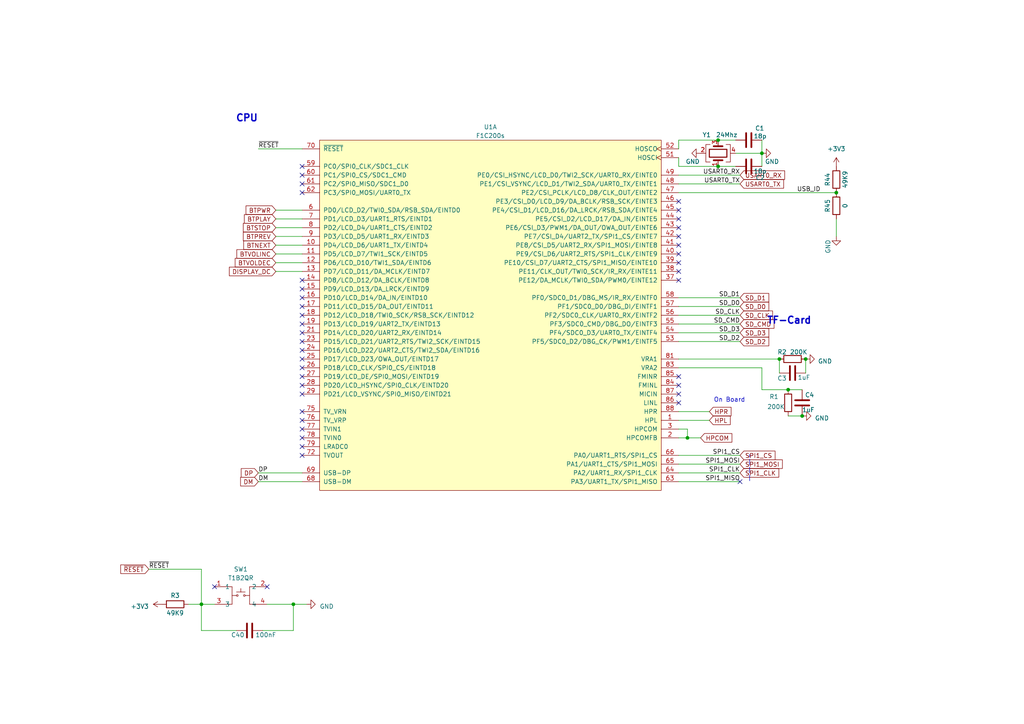
<source format=kicad_sch>
(kicad_sch (version 20231120) (generator "eeschema") (generator_version "8.0")
  (paper "A4")
  (lib_symbols
    (symbol "Device:C" (pin_numbers hide) (pin_names (offset 0.254))
      (property "Reference" "C" (at 0.635 2.54 0))
      (property "Value" "C" (at 0.635 -2.54 0))
      (symbol "C_0_1"
        (polyline (pts (xy -2.032 -0.762) (xy 2.032 -0.762)) (stroke (width 0.508)))
        (polyline (pts (xy -2.032 0.762) (xy 2.032 0.762)) (stroke (width 0.508)))
      )
      (symbol "C_1_1"
        (pin passive line (at 0 3.81 270) (length 2.794) (name "~") (number "1"))
        (pin passive line (at 0 -3.81 90) (length 2.794) (name "~") (number "2"))
      )
    )
    (symbol "Device:Crystal_GND24" (pin_names (offset 1.016) hide)
      (property "Reference" "Y" (at 3.175 5.08 0))
      (property "Value" "Crystal_GND24" (at 3.175 3.175 0))
      (symbol "Crystal_GND24_0_1"
        (rectangle (start -1.143 2.54) (end 1.143 -2.54) (stroke (width 0.3048)))
        (polyline (pts (xy -2.54 0) (xy -2.032 0)))
        (polyline (pts (xy -2.032 -1.27) (xy -2.032 1.27)) (stroke (width 0.508)))
        (polyline (pts (xy 0 -3.81) (xy 0 -3.556)))
        (polyline (pts (xy 0 3.556) (xy 0 3.81)))
        (polyline (pts (xy 2.032 -1.27) (xy 2.032 1.27)) (stroke (width 0.508)))
        (polyline (pts (xy 2.032 0) (xy 2.54 0)))
        (polyline (pts (xy -2.54 -2.286) (xy -2.54 -3.556) (xy 2.54 -3.556) (xy 2.54 -2.286)))
        (polyline (pts (xy -2.54 2.286) (xy -2.54 3.556) (xy 2.54 3.556) (xy 2.54 2.286)))
      )
      (symbol "Crystal_GND24_1_1"
        (pin passive line (at -3.81 0 0) (length 1.27) (name "1") (number "1"))
        (pin passive line (at 0 5.08 270) (length 1.27) (name "2") (number "2"))
        (pin passive line (at 3.81 0 180) (length 1.27) (name "3") (number "3"))
        (pin passive line (at 0 -5.08 90) (length 1.27) (name "4") (number "4"))
      )
    )
    (symbol "Device:R" (pin_numbers hide) (pin_names (offset 0))
      (property "Reference" "R" (at 2.032 0 90))
      (property "Value" "R" (at 0 0 90))
      (symbol "R_0_1"
        (rectangle (start -1.016 -2.54) (end 1.016 2.54) (stroke (width 0.254)))
      )
      (symbol "R_1_1"
        (pin passive line (at 0 3.81 270) (length 1.27) (name "~") (number "1"))
        (pin passive line (at 0 -3.81 90) (length 1.27) (name "~") (number "2"))
      )
    )
    (symbol "imliubo-nightly:F1C100s_1" (pin_names (offset 1.016))
      (property "Reference" "U" (at 0 1.27 0))
      (property "Value" "F1C100s" (at 0 -1.27 0))
      (symbol "F1C100s_1_1_0"
        (pin output line (at 55.88 -30.48 180) (length 5.08) (name "HPL") (number "1"))
        (pin bidirectional line (at -53.34 20.32 0) (length 5.08) (name "PD4/LCD_D6/UART1_TX/EINTD4") (number "10"))
        (pin bidirectional line (at -53.34 17.78 0) (length 5.08) (name "PD5/LCD_D7/TWI1_SCK/EINTD5") (number "11"))
        (pin bidirectional line (at -53.34 15.24 0) (length 5.08) (name "PD6/LCD_D10/TWI1_SDA/EINTD6") (number "12"))
        (pin bidirectional line (at -53.34 12.7 0) (length 5.08) (name "PD7/LCD_D11/DA_MCLK/EINTD7") (number "13"))
        (pin bidirectional line (at -53.34 10.16 0) (length 5.08) (name "PD8/LCD_D12/DA_BCLK/EINTD8") (number "14"))
        (pin bidirectional line (at -53.34 7.62 0) (length 5.08) (name "PD9/LCD_D13/DA_LRCK/EINTD9") (number "15"))
        (pin bidirectional line (at -53.34 5.08 0) (length 5.08) (name "PD10/LCD_D14/DA_IN/EINTD10") (number "16"))
        (pin bidirectional line (at -53.34 2.54 0) (length 5.08) (name "PD11/LCD_D15/DA_OUT/EINTD11") (number "17"))
        (pin bidirectional line (at -53.34 0 0) (length 5.08) (name "PD12/LCD_D18/TWI0_SCK/RSB_SCK/EINTD12") (number "18"))
        (pin bidirectional line (at -53.34 -2.54 0) (length 5.08) (name "PD13/LCD_D19/UART2_TX/EINTD13") (number "19"))
        (pin input line (at 55.88 -35.56 180) (length 5.08) (name "HPCOMFB") (number "2"))
        (pin bidirectional line (at -53.34 -5.08 0) (length 5.08) (name "PD14/LCD_D20/UART2_RX/EINTD14") (number "21"))
        (pin bidirectional line (at -53.34 -7.62 0) (length 5.08) (name "PD15/LCD_D21/UART2_RTS/TWI2_SCK/EINTD15") (number "23"))
        (pin bidirectional line (at -53.34 -10.16 0) (length 5.08) (name "PD16/LCD_D22/UART2_CTS/TWI2_SDA/EINTD16") (number "24"))
        (pin bidirectional line (at -53.34 -12.7 0) (length 5.08) (name "PD17/LCD_D23/OWA_OUT/EINTD17") (number "25"))
        (pin bidirectional line (at -53.34 -15.24 0) (length 5.08) (name "PD18/LCD_CLK/SPI0_CS/EINTD18") (number "26"))
        (pin bidirectional line (at -53.34 -17.78 0) (length 5.08) (name "PD19/LCD_DE/SPI0_MOSI/EINTD19") (number "27"))
        (pin bidirectional line (at -53.34 -20.32 0) (length 5.08) (name "PD20/LCD_HSYNC/SPI0_CLK/EINTD20") (number "28"))
        (pin bidirectional line (at -53.34 -22.86 0) (length 5.08) (name "PD21/LCD_VSYNC/SPI0_MISO/EINTD21") (number "29"))
        (pin output line (at 55.88 -33.02 180) (length 5.08) (name "HPCOM") (number "3"))
        (pin bidirectional line (at 55.88 10.16 180) (length 5.08) (name "PE12/DA_MCLK/TWI0_SDA/PWM0/EINTE12") (number "37"))
        (pin bidirectional line (at 55.88 12.7 180) (length 5.08) (name "PE11/CLK_OUT/TWI0_SCK/IR_RX/EINTE11") (number "38"))
        (pin bidirectional line (at 55.88 15.24 180) (length 5.08) (name "PE10/CSI_D7/UART2_CTS/SPI1_MISO/EINTE10") (number "39"))
        (pin bidirectional line (at 55.88 17.78 180) (length 5.08) (name "PE9/CSI_D6/UART2_RTS/SPI1_CLK/EINTE9") (number "40"))
        (pin bidirectional line (at 55.88 20.32 180) (length 5.08) (name "PE8/CSI_D5/UART2_RX/SPI1_MOSI/EINTE8") (number "41"))
        (pin bidirectional line (at 55.88 22.86 180) (length 5.08) (name "PE7/CSI_D4/UART2_TX/SPI1_CS/EINTE7") (number "42"))
        (pin bidirectional line (at 55.88 25.4 180) (length 5.08) (name "PE6/CSI_D3/PWM1/DA_OUT/OWA_OUT/EINTE6") (number "43"))
        (pin bidirectional line (at 55.88 27.94 180) (length 5.08) (name "PE5/CSI_D2/LCD_D17/DA_IN/EINTE5") (number "44"))
        (pin bidirectional line (at 55.88 30.48 180) (length 5.08) (name "PE4/CSI_D1/LCD_D16/DA_LRCK/RSB_SDA/EINTE4") (number "45"))
        (pin bidirectional line (at 55.88 33.02 180) (length 5.08) (name "PE3/CSI_D0/LCD_D9/DA_BCLK/RSB_SCK/EINTE3") (number "46"))
        (pin bidirectional line (at 55.88 35.56 180) (length 5.08) (name "PE2/CSI_PCLK/LCD_D8/CLK_OUT/EINTE2") (number "47"))
        (pin bidirectional line (at 55.88 38.1 180) (length 5.08) (name "PE1/CSI_VSYNC/LCD_D1/TWI2_SDA/UART0_TX/EINTE1") (number "48"))
        (pin bidirectional line (at 55.88 40.64 180) (length 5.08) (name "PE0/CSI_HSYNC/LCD_D0/TWI2_SCK/UART0_RX/EINTE0") (number "49"))
        (pin input clock (at 55.88 45.72 180) (length 5.08) (name "HOSCI") (number "51"))
        (pin input clock (at 55.88 48.26 180) (length 5.08) (name "HOSCO") (number "52"))
        (pin bidirectional line (at 55.88 -7.62 180) (length 5.08) (name "PF5/SDC0_D2/DBG_CK/PWM1/EINTF5") (number "53"))
        (pin bidirectional line (at 55.88 -5.08 180) (length 5.08) (name "PF4/SDC0_D3/UART0_TX/EINTF4") (number "54"))
        (pin bidirectional line (at 55.88 -2.54 180) (length 5.08) (name "PF3/SDC0_CMD/DBG_DO/EINTF3") (number "55"))
        (pin bidirectional line (at 55.88 0 180) (length 5.08) (name "PF2/SDC0_CLK/UART0_RX/EINTF2") (number "56"))
        (pin bidirectional line (at 55.88 2.54 180) (length 5.08) (name "PF1/SDC0_D0/DBG_DI/EINTF1") (number "57"))
        (pin bidirectional line (at 55.88 5.08 180) (length 5.08) (name "PF0/SDC0_D1/DBG_MS/IR_RX/EINTF0") (number "58"))
        (pin bidirectional line (at -53.34 43.18 0) (length 5.08) (name "PC0/SPI0_CLK/SDC1_CLK") (number "59"))
        (pin bidirectional line (at -53.34 30.48 0) (length 5.08) (name "PD0/LCD_D2/TWI0_SDA/RSB_SDA/EINTD0") (number "6"))
        (pin bidirectional line (at -53.34 40.64 0) (length 5.08) (name "PC1/SPI0_CS/SDC1_CMD") (number "60"))
        (pin bidirectional line (at -53.34 38.1 0) (length 5.08) (name "PC2/SPI0_MISO/SDC1_D0") (number "61"))
        (pin bidirectional line (at -53.34 35.56 0) (length 5.08) (name "PC3/SPI0_MOSI/UART0_TX") (number "62"))
        (pin input line (at 55.88 -48.26 180) (length 5.08) (name "PA3/UART1_TX/SPI1_MISO") (number "63"))
        (pin input line (at 55.88 -45.72 180) (length 5.08) (name "PA2/UART1_RX/SPI1_CLK") (number "64"))
        (pin input line (at 55.88 -43.18 180) (length 5.08) (name "PA1/UART1_CTS/SPI1_MOSI") (number "65"))
        (pin input line (at 55.88 -40.64 180) (length 5.08) (name "PA0/UART1_RTS/SPI1_CS") (number "66"))
        (pin bidirectional line (at -53.34 -48.26 0) (length 5.08) (name "USB-DM") (number "68"))
        (pin bidirectional line (at -53.34 -45.72 0) (length 5.08) (name "USB-DP") (number "69"))
        (pin bidirectional line (at -53.34 27.94 0) (length 5.08) (name "PD1/LCD_D3/UART1_RTS/EINTD1") (number "7"))
        (pin input line (at -53.34 48.26 0) (length 5.08) (name "~{RESET}") (number "70"))
        (pin output line (at -53.34 -40.64 0) (length 5.08) (name "TVOUT") (number "72"))
        (pin input line (at -53.34 -27.94 0) (length 5.08) (name "TV_VRN") (number "75"))
        (pin input line (at -53.34 -30.48 0) (length 5.08) (name "TV_VRP") (number "76"))
        (pin input line (at -53.34 -33.02 0) (length 5.08) (name "TVIN1") (number "77"))
        (pin input line (at -53.34 -35.56 0) (length 5.08) (name "TVIN0") (number "78"))
        (pin input line (at -53.34 -38.1 0) (length 5.08) (name "LRADC0") (number "79"))
        (pin bidirectional line (at -53.34 25.4 0) (length 5.08) (name "PD2/LCD_D4/UART1_CTS/EINTD2") (number "8"))
        (pin input line (at 55.88 -20.32 180) (length 5.08) (name "FMINL") (number "84"))
        (pin input line (at 55.88 -17.78 180) (length 5.08) (name "FMINR") (number "85"))
        (pin input line (at 55.88 -25.4 180) (length 5.08) (name "LINL") (number "86"))
        (pin input line (at 55.88 -22.86 180) (length 5.08) (name "MICIN") (number "87"))
        (pin output line (at 55.88 -27.94 180) (length 5.08) (name "HPR") (number "88"))
        (pin bidirectional line (at -53.34 22.86 0) (length 5.08) (name "PD3/LCD_D5/UART1_RX/EINTD3") (number "9"))
      )
      (symbol "F1C100s_1_1_1"
        (rectangle (start -48.26 50.8) (end 50.8 -50.8) (fill (type background)))
        (pin output line (at 55.88 -12.7 180) (length 5.08) (name "VRA1") (number "81"))
        (pin output line (at 55.88 -15.24 180) (length 5.08) (name "VRA2") (number "83"))
      )
      (symbol "F1C100s_1_2_0"
        (pin power_in line (at -20.32 8.89 0) (length 5.08) (name "VCC_IO") (number "20"))
        (pin power_in line (at 20.32 11.43 180) (length 5.08) (name "VDD_CORE") (number "22"))
        (pin power_in line (at 20.32 1.27 180) (length 5.08) (name "VCC_DRAM") (number "30"))
        (pin power_in line (at 20.32 -1.27 180) (length 5.08) (name "VCC_DRAM") (number "31"))
        (pin power_in line (at 20.32 -3.81 180) (length 5.08) (name "VCC_DRAM") (number "32"))
        (pin input line (at 20.32 -13.97 180) (length 5.08) (name "SVREF") (number "33"))
        (pin power_in line (at 20.32 -6.35 180) (length 5.08) (name "VCC_DRAM") (number "34"))
        (pin power_in line (at 20.32 8.89 180) (length 5.08) (name "VDD_CORE") (number "35"))
        (pin power_in line (at 20.32 -8.89 180) (length 5.08) (name "VCC_DRAM") (number "36"))
        (pin power_in line (at -20.32 -2.54 0) (length 5.08) (name "HPVCC") (number "4"))
        (pin power_in line (at -20.32 11.43 0) (length 5.08) (name "VCC_IO") (number "5"))
        (pin power_in line (at -20.32 6.35 0) (length 5.08) (name "VCC_IO") (number "50"))
        (pin power_in line (at -20.32 3.81 0) (length 5.08) (name "UVCC") (number "67"))
        (pin power_in line (at 20.32 6.35 180) (length 5.08) (name "VDD_CORE") (number "71"))
        (pin power_in line (at -20.32 1.27 0) (length 5.08) (name "TV_VCC") (number "73"))
        (pin power_in line (at 2.54 -21.59 90) (length 5.08) (name "TVGND") (number "74"))
        (pin power_in line (at -20.32 -6.35 0) (length 5.08) (name "AVCC") (number "80"))
        (pin power_in line (at -2.54 -21.59 90) (length 5.08) (name "AGND") (number "82"))
        (pin power_in line (at 0 -21.59 90) (length 5.08) (name "EPAD") (number "89"))
      )
      (symbol "F1C100s_1_2_1"
        (rectangle (start -15.24 13.97) (end 15.24 -16.51) (fill (type background)))
      )
    )
    (symbol "lcsc:T1B2QR"
      (property "Reference" "SW" (at 0 7.62 0))
      (property "Value" "T1B2QR" (at 0 -7.62 0))
      (symbol "T1B2QR_0_1"
        (circle (center -1.02 0) (radius 0.25))
        (polyline (pts (xy -2.54 -2.54) (xy -5.08 -2.54)))
        (polyline (pts (xy -2.54 2.54) (xy -5.08 2.54)))
        (polyline (pts (xy -2.54 2.54) (xy -2.54 -2.54)))
        (polyline (pts (xy -1.27 1.02) (xy 1.27 1.02)))
        (polyline (pts (xy 0 2.03) (xy 0 1.02)))
        (polyline (pts (xy 2.54 -2.54) (xy 5.08 -2.54)))
        (polyline (pts (xy 2.54 2.54) (xy 2.54 -2.54)))
        (polyline (pts (xy 5.08 2.54) (xy 2.54 2.54)))
        (polyline (pts (xy -1.27 0) (xy -2.54 0) (xy -2.54 0)))
        (polyline (pts (xy 2.54 0) (xy 1.27 0) (xy 1.27 0)))
        (circle (center 1.02 0) (radius 0.25))
        (pin unspecified line (at -7.62 2.54 0) (length 2.54) (name "1") (number "1"))
        (pin unspecified line (at 7.62 2.54 180) (length 2.54) (name "2") (number "2"))
        (pin unspecified line (at -7.62 -2.54 0) (length 2.54) (name "3") (number "3"))
        (pin unspecified line (at 7.62 -2.54 180) (length 2.54) (name "4") (number "4"))
      )
    )
    (symbol "power:+3V3" (power) (pin_names (offset 0))
      (property "Value" "+3V3" (at 0 3.556 0))
      (symbol "+3V3_0_1"
        (polyline (pts (xy -0.762 1.27) (xy 0 2.54)))
        (polyline (pts (xy 0 0) (xy 0 2.54)))
        (polyline (pts (xy 0 2.54) (xy 0.762 1.27)))
      )
      (symbol "+3V3_1_1"
        (pin power_in line (at 0 0 90) (length 0) hide (name "+3V3") (number "1"))
      )
    )
    (symbol "power:GND" (power) (pin_names (offset 0))
      (property "Value" "GND" (at 0 -3.81 0))
      (symbol "GND_0_1"
        (polyline (pts (xy 0 0) (xy 0 -1.27) (xy 1.27 -1.27) (xy 0 -2.54) (xy -1.27 -1.27) (xy 0 -1.27)))
      )
      (symbol "GND_1_1"
        (pin power_in line (at 0 0 270) (length 0) hide (name "GND") (number "1"))
      )
    )
  )
  (junction (at 208.28 48.26) (diameter 0.9144))
  (junction (at 228.6 113.03) (diameter 0.9144))
  (junction (at 58.42 175.26) (diameter 0.9144))
  (junction (at 233.68 104.14) (diameter 0.9144))
  (junction (at 232.664 120.65) (diameter 0.9144))
  (junction (at 85.09 175.26) (diameter 0.9144))
  (junction (at 199.39 127))
  (junction (at 226.06 104.14) (diameter 0.9144))
  (junction (at 220.98 44.45) (diameter 0.9144))
  (junction (at 242.57 55.88))
  (junction (at 208.28 40.64) (diameter 0.9144))
  (no_connect (at 196.85 111.76))
  (no_connect (at 87.63 55.88))
  (no_connect (at 87.63 91.44))
  (no_connect (at 77.47 170.18))
  (no_connect (at 196.85 58.42))
  (no_connect (at 214.63 139.7))
  (no_connect (at 196.85 60.96))
  (no_connect (at 87.63 53.34))
  (no_connect (at 87.63 88.9))
  (no_connect (at 87.63 101.6))
  (no_connect (at 196.85 81.28))
  (no_connect (at 87.63 104.14))
  (no_connect (at 87.63 96.52))
  (no_connect (at 196.85 114.3))
  (no_connect (at 196.85 73.66))
  (no_connect (at 62.23 170.18))
  (no_connect (at 87.63 111.76))
  (no_connect (at 196.85 109.22))
  (no_connect (at 87.63 132.08))
  (no_connect (at 87.63 106.68))
  (no_connect (at 87.63 127))
  (no_connect (at 196.85 71.12))
  (no_connect (at 87.63 50.8))
  (no_connect (at 87.63 124.46))
  (no_connect (at 196.85 68.58))
  (no_connect (at 87.63 99.06))
  (no_connect (at 87.63 83.82))
  (no_connect (at 87.63 48.26))
  (no_connect (at 87.63 86.36))
  (no_connect (at 196.85 116.84))
  (no_connect (at 87.63 81.28))
  (no_connect (at 196.85 76.2))
  (no_connect (at 87.63 109.22))
  (no_connect (at 87.63 129.54))
  (no_connect (at 87.63 119.38))
  (no_connect (at 87.63 93.98))
  (no_connect (at 196.85 78.74))
  (no_connect (at 196.85 66.04))
  (no_connect (at 87.63 121.92))
  (no_connect (at 87.63 114.3))
  (no_connect (at 196.85 63.5))
  (polyline (pts (xy 217.424 139.446) (xy 217.424 131.826)) (stroke (width 0) (type dash)))
  (wire (pts (xy 199.39 124.46) (xy 199.39 127)))
  (wire (pts (xy 80.01 78.74) (xy 87.63 78.74)))
  (wire (pts (xy 74.93 139.7) (xy 87.63 139.7)))
  (wire (pts (xy 196.85 119.38) (xy 205.74 119.38)))
  (wire (pts (xy 220.98 113.03) (xy 228.6 113.03)))
  (wire (pts (xy 74.93 43.18) (xy 87.63 43.18)))
  (wire (pts (xy 196.85 127) (xy 199.39 127)))
  (wire (pts (xy 196.85 139.7) (xy 214.63 139.7)))
  (wire (pts (xy 80.01 68.58) (xy 87.63 68.58)))
  (wire (pts (xy 208.28 48.26) (xy 213.36 48.26)))
  (wire (pts (xy 58.42 175.26) (xy 62.23 175.26)))
  (wire (pts (xy 196.85 121.92) (xy 205.74 121.92)))
  (wire (pts (xy 68.58 182.88) (xy 58.42 182.88)))
  (wire (pts (xy 58.42 175.26) (xy 58.42 182.88)))
  (wire (pts (xy 196.85 134.62) (xy 214.63 134.62)))
  (wire (pts (xy 196.85 104.14) (xy 226.06 104.14)))
  (wire (pts (xy 196.85 96.52) (xy 214.63 96.52)))
  (wire (pts (xy 196.85 48.26) (xy 208.28 48.26)))
  (wire (pts (xy 58.42 165.1) (xy 58.42 175.26)))
  (wire (pts (xy 196.85 45.72) (xy 196.85 48.26)))
  (wire (pts (xy 196.85 55.88) (xy 242.57 55.88)))
  (wire (pts (xy 85.09 175.26) (xy 88.9 175.26)))
  (wire (pts (xy 196.85 137.16) (xy 214.63 137.16)))
  (wire (pts (xy 196.85 88.9) (xy 214.63 88.9)))
  (wire (pts (xy 80.01 71.12) (xy 87.63 71.12)))
  (wire (pts (xy 196.85 132.08) (xy 214.63 132.08)))
  (wire (pts (xy 228.6 120.65) (xy 232.664 120.65)))
  (wire (pts (xy 80.01 60.96) (xy 87.63 60.96)))
  (wire (pts (xy 213.36 44.45) (xy 220.98 44.45)))
  (wire (pts (xy 80.01 66.04) (xy 87.63 66.04)))
  (wire (pts (xy 74.93 137.16) (xy 87.63 137.16)))
  (wire (pts (xy 196.85 124.46) (xy 199.39 124.46)))
  (wire (pts (xy 80.01 76.2) (xy 87.63 76.2)))
  (wire (pts (xy 43.18 165.1) (xy 58.42 165.1)))
  (wire (pts (xy 196.85 99.06) (xy 214.63 99.06)))
  (wire (pts (xy 196.85 91.44) (xy 214.63 91.44)))
  (wire (pts (xy 80.01 73.66) (xy 87.63 73.66)))
  (wire (pts (xy 196.85 106.68) (xy 220.98 106.68)))
  (wire (pts (xy 226.06 104.14) (xy 226.06 108.204)))
  (wire (pts (xy 196.85 86.36) (xy 214.63 86.36)))
  (wire (pts (xy 208.28 40.64) (xy 213.36 40.64)))
  (wire (pts (xy 76.2 182.88) (xy 85.09 182.88)))
  (wire (pts (xy 80.01 63.5) (xy 87.63 63.5)))
  (wire (pts (xy 196.85 53.34) (xy 214.63 53.34)))
  (wire (pts (xy 220.98 106.68) (xy 220.98 113.03)))
  (wire (pts (xy 196.85 50.8) (xy 214.63 50.8)))
  (wire (pts (xy 220.98 44.45) (xy 220.98 48.26)))
  (wire (pts (xy 233.68 104.14) (xy 233.68 108.204)))
  (wire (pts (xy 196.85 93.98) (xy 214.63 93.98)))
  (wire (pts (xy 54.61 175.26) (xy 58.42 175.26)))
  (wire (pts (xy 220.98 40.64) (xy 220.98 44.45)))
  (wire (pts (xy 199.39 127) (xy 203.2 127)))
  (wire (pts (xy 196.85 43.18) (xy 196.85 40.64)))
  (wire (pts (xy 85.09 175.26) (xy 85.09 182.88)))
  (wire (pts (xy 77.47 175.26) (xy 85.09 175.26)))
  (wire (pts (xy 196.85 40.64) (xy 208.28 40.64)))
  (wire (pts (xy 242.57 63.5) (xy 242.57 68.58)))
  (wire (pts (xy 228.6 113.03) (xy 232.664 113.03)))
  (text "On Board" (at 207.01 116.84 0) (effects (font (size 1.27 1.27)) (justify left bottom)))
  (text "TF-Card" (at 235.458 94.234 0) (effects (font (size 2 2) (thickness 0.4) (bold yes)) (justify right bottom)))
  (text "CPU" (at 74.93 35.56 0) (effects (font (size 2 2) (thickness 0.4) (bold yes)) (justify right bottom)))
  (label "SD_D3" (at 214.63 96.52 180))
  (label "SD_CLK" (at 214.63 91.44 180))
  (label "SD_D2" (at 214.63 99.06 180))
  (label "SD_D0" (at 214.63 88.9 180))
  (label "SPI1_CLK" (at 214.63 137.16 180))
  (label "SPI1_MOSI" (at 214.63 134.62 180))
  (label "DP" (at 74.93 137.16 0))
  (label "~{RESET}" (at 43.18 165.1 0))
  (label "SPI1_CS" (at 214.63 132.08 180))
  (label "SD_CMD" (at 214.63 93.98 180))
  (label "USART0_TX" (at 214.63 53.34 180))
  (label "~{RESET}" (at 74.93 43.18 0))
  (label "SD_D1" (at 214.63 86.36 180))
  (label "USB_ID" (at 231.14 55.88 0))
  (label "DM" (at 74.93 139.7 0))
  (label "SPI1_MISO" (at 214.63 139.7 180))
  (label "USART0_RX" (at 214.63 50.8 180))
  (global_label "HPCOM" (shape input) (at 203.2 127 0) (property "Intersheetrefs" "${INTERSHEET_REFS}" (effects (hide yes))))
  (global_label "BTSTOP" (shape input) (at 80.01 66.04 180) (property "Intersheetrefs" "${INTERSHEET_REFS}" (effects (hide yes))))
  (global_label "SPI1_CLK" (shape input) (at 214.63 137.16 0) (property "Intersheetrefs" "${INTERSHEET_REFS}" (effects (hide yes))))
  (global_label "SD_D0" (shape input) (at 214.63 88.9 0) (property "Intersheetrefs" "${INTERSHEET_REFS}" (effects (hide yes))))
  (global_label "SD_D3" (shape input) (at 214.63 96.52 0) (property "Intersheetrefs" "${INTERSHEET_REFS}" (effects (hide yes))))
  (global_label "DM" (shape input) (at 74.93 139.7 180) (property "Intersheetrefs" "${INTERSHEET_REFS}" (effects (hide yes))))
  (global_label "SD_D1" (shape input) (at 214.63 86.36 0) (property "Intersheetrefs" "${INTERSHEET_REFS}" (effects (hide yes))))
  (global_label "USART0_TX" (shape input) (at 214.63 53.34 0) (property "Intersheetrefs" "${INTERSHEET_REFS}" (effects (hide yes))))
  (global_label "SD_CMD" (shape input) (at 214.63 93.98 0) (property "Intersheetrefs" "${INTERSHEET_REFS}" (effects (hide yes))))
  (global_label "SD_CLK" (shape input) (at 214.63 91.44 0) (property "Intersheetrefs" "${INTERSHEET_REFS}" (effects (hide yes))))
  (global_label "BTVOLDEC" (shape input) (at 80.01 76.2 180) (property "Intersheetrefs" "${INTERSHEET_REFS}" (effects (hide yes))))
  (global_label "HPL" (shape input) (at 205.74 121.92 0) (property "Intersheetrefs" "${INTERSHEET_REFS}" (effects (hide yes))))
  (global_label "BTPLAY" (shape input) (at 80.01 63.5 180) (property "Intersheetrefs" "${INTERSHEET_REFS}" (effects (hide yes))))
  (global_label "SPI1_MOSI" (shape input) (at 214.63 134.62 0) (property "Intersheetrefs" "${INTERSHEET_REFS}" (effects (hide yes))))
  (global_label "DISPLAY_DC" (shape input) (at 80.01 78.74 180) (property "Intersheetrefs" "${INTERSHEET_REFS}" (effects (hide yes))))
  (global_label "SD_D2" (shape input) (at 214.63 99.06 0) (property "Intersheetrefs" "${INTERSHEET_REFS}" (effects (hide yes))))
  (global_label "HPR" (shape input) (at 205.74 119.38 0) (property "Intersheetrefs" "${INTERSHEET_REFS}" (effects (hide yes))))
  (global_label "USART0_RX" (shape input) (at 214.63 50.8 0) (property "Intersheetrefs" "${INTERSHEET_REFS}" (effects (hide yes))))
  (global_label "BTVOLINC" (shape input) (at 80.01 73.66 180) (property "Intersheetrefs" "${INTERSHEET_REFS}" (effects (hide yes))))
  (global_label "~{RESET}" (shape input) (at 43.18 165.1 180) (property "Intersheetrefs" "${INTERSHEET_REFS}" (effects (hide yes))))
  (global_label "SPI1_CS" (shape input) (at 214.63 132.08 0) (property "Intersheetrefs" "${INTERSHEET_REFS}" (effects (hide yes))))
  (global_label "BTPWR" (shape input) (at 80.01 60.96 180) (property "Intersheetrefs" "${INTERSHEET_REFS}" (effects (hide yes))))
  (global_label "BTPREV" (shape input) (at 80.01 68.58 180) (property "Intersheetrefs" "${INTERSHEET_REFS}" (effects (hide yes))))
  (global_label "DP" (shape input) (at 74.93 137.16 180) (property "Intersheetrefs" "${INTERSHEET_REFS}" (effects (hide yes))))
  (global_label "BTNEXT" (shape input) (at 80.01 71.12 180) (property "Intersheetrefs" "${INTERSHEET_REFS}" (effects (hide yes))))
  (symbol (lib_id "lcsc:T1B2QR") (at 69.85 172.72 0) (unit 1)
    (property "Reference" "SW1" (at 69.85 165.1 0))
    (property "Value" "T1B2QR" (at 69.85 167.64 0))
    (property "Footprint" "lcsc:KEY-SMD_4P-L2.6-W1.6-P0.80-LS3.0-1" (effects (hide yes)))
    (property "Datasheet" "https://lcsc.com/product-detail/New-Arrivals_Diptronics-T1B2QR_C495946.html" (effects (hide yes)))
    (property "LCSC Part" "C495946" (effects (hide yes)))
  )
  (symbol (lib_id "power:GND") (at 88.9 175.26 90) (unit 1)
    (property "Reference" "#PWR055" (effects (hide yes)))
    (property "Value" "GND" (at 92.71 175.8949 90) (effects (justify right)))
  )
  (symbol (lib_id "Device:C") (at 232.664 116.84 180) (unit 1)
    (property "Reference" "C4" (at 234.823 114.554 0))
    (property "Value" "1uF" (at 234.442 118.872 0))
    (property "Footprint" "Capacitor_SMD:C_0402_1005Metric" (effects (hide yes)))
  )
  (symbol (lib_id "power:GND") (at 203.2 44.45 270) (unit 1)
    (property "Reference" "#PWR02" (effects (hide yes)))
    (property "Value" "GND" (at 202.946 46.8629 90) (effects (justify right)))
  )
  (symbol (lib_id "power:+3V3") (at 242.57 48.26 0) (unit 1)
    (property "Reference" "#PWR0105" (effects (hide yes)))
    (property "Value" "+3V3" (at 242.57 43.18 0))
  )
  (symbol (lib_id "Device:C") (at 229.87 108.204 270) (unit 1)
    (property "Reference" "C3" (at 226.822 109.728 90))
    (property "Value" "1uF" (at 233.172 109.474 90))
    (property "Footprint" "Capacitor_SMD:C_0402_1005Metric" (effects (hide yes)))
  )
  (symbol (lib_id "power:GND") (at 242.57 68.58 0) (unit 1)
    (property "Reference" "#PWR0106" (effects (hide yes)))
    (property "Value" "GND" (at 240.1571 69.469 90) (effects (justify right)))
  )
  (symbol (lib_id "power:GND") (at 233.68 104.14 90) (unit 1)
    (property "Reference" "#PWR05" (effects (hide yes)))
    (property "Value" "GND" (at 237.236 104.7749 90) (effects (justify right)))
  )
  (symbol (lib_id "Device:R") (at 228.6 116.84 180) (unit 1)
    (property "Reference" "R1" (at 223.139 115.0619 0) (effects (justify right)))
    (property "Value" "200K" (at 222.504 117.9829 0) (effects (justify right)))
    (property "Footprint" "Resistor_SMD:R_0402_1005Metric_Pad0.72x0.64mm_HandSolder" (effects (hide yes)))
  )
  (symbol (lib_id "Device:C") (at 217.17 40.64 270) (unit 1)
    (property "Reference" "C1" (at 220.345 37.211 90))
    (property "Value" "18p" (at 220.472 39.497 90))
    (property "Footprint" "Capacitor_SMD:C_0402_1005Metric" (effects (hide yes)))
  )
  (symbol (lib_id "power:GND") (at 232.664 120.65 90) (unit 1)
    (property "Reference" "#PWR04" (effects (hide yes)))
    (property "Value" "GND" (at 236.347 121.2849 90) (effects (justify right)))
  )
  (symbol (lib_id "Device:R") (at 242.57 59.69 0) (unit 1)
    (property "Reference" "R45" (at 240.03 59.69 90))
    (property "Value" "0" (at 245.11 59.69 90))
    (property "Footprint" "Resistor_SMD:R_0402_1005Metric_Pad0.72x0.64mm_HandSolder" (effects (hide yes)))
  )
  (symbol (lib_id "Device:C") (at 72.39 182.88 90) (unit 1)
    (property "Reference" "C40" (at 68.961 184.15 90))
    (property "Value" "100nF" (at 77.089 184.15 90))
    (property "Footprint" "Capacitor_SMD:C_0402_1005Metric_Pad0.74x0.62mm_HandSolder" (effects (hide yes)))
  )
  (symbol (lib_id "power:+3V3") (at 46.99 175.26 90) (unit 1)
    (property "Reference" "#PWR054" (effects (hide yes)))
    (property "Value" "+3V3" (at 43.18 175.8949 90) (effects (justify left)))
  )
  (symbol (lib_id "Device:R") (at 50.8 175.26 270) (unit 1)
    (property "Reference" "R3" (at 50.8 172.72 90))
    (property "Value" "49K9" (at 50.8 177.8 90))
    (property "Footprint" "Resistor_SMD:R_0402_1005Metric_Pad0.72x0.64mm_HandSolder" (effects (hide yes)))
  )
  (symbol (lib_id "Device:Crystal_GND24") (at 208.28 44.45 90) (unit 1)
    (property "Reference" "Y1" (at 203.708 39.1159 90) (effects (justify right)))
    (property "Value" "24Mhz" (at 207.645 39.1159 90) (effects (justify right)))
    (property "Footprint" "Crystal:Crystal_SMD_3225-4Pin_3.2x2.5mm" (effects (hide yes)))
    (property "Datasheet" "https://www.lcsc.com/product-detail/Crystals_TAITIEN-Elec-XXHCCLNANF-24MHZ_C5160135.html" (effects (hide yes)))
    (property "LCSC" "C5160135" (effects (hide yes)))
  )
  (symbol (lib_id "power:GND") (at 220.98 44.45 90) (unit 1)
    (property "Reference" "#PWR03" (effects (hide yes)))
    (property "Value" "GND" (at 221.869 46.8629 90) (effects (justify right)))
  )
  (symbol (lib_id "Device:R") (at 242.57 52.07 0) (unit 1)
    (property "Reference" "R44" (at 240.03 52.07 90))
    (property "Value" "49K9" (at 245.11 52.07 90))
    (property "Footprint" "Resistor_SMD:R_0402_1005Metric_Pad0.72x0.64mm_HandSolder" (effects (hide yes)))
  )
  (symbol (lib_id "Device:R") (at 229.87 104.14 270) (unit 1)
    (property "Reference" "R2" (at 226.822 102.108 90))
    (property "Value" "200K" (at 231.648 102.108 90))
    (property "Footprint" "Resistor_SMD:R_0402_1005Metric_Pad0.72x0.64mm_HandSolder" (effects (hide yes)))
  )
  (symbol (lib_name "imliubo-nightly:F1C100s_1") (lib_id "imliubo-nightly:F1C100s") (at 140.97 91.44 0) (unit 1)
    (property "Reference" "U1" (at 142.24 36.83 0))
    (property "Value" "F1C200s" (at 142.24 39.37 0))
    (property "Footprint" "lcsc:QFN-88_L10.0-W10.0-P0.40-BL-EP6.75" (effects (hide yes)))
  )
  (symbol (lib_id "Device:C") (at 217.17 48.26 270) (unit 1)
    (property "Reference" "C2" (at 220.472 51.562 90))
    (property "Value" "18p" (at 220.472 49.657 90))
    (property "Footprint" "Capacitor_SMD:C_0402_1005Metric" (effects (hide yes)))
  )
)
</source>
